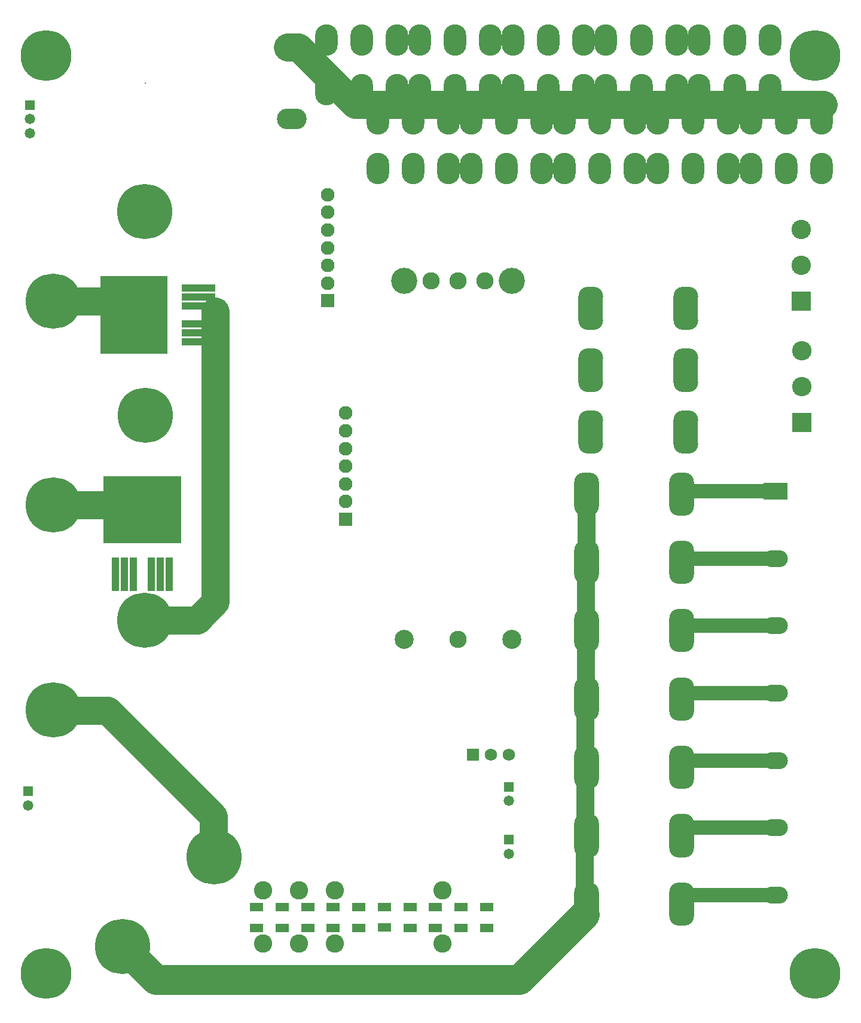
<source format=gbr>
%FSTAX23Y23*%
%MOIN*%
%SFA1B1*%

%IPPOS*%
%ADD58C,0.078740*%
%ADD59C,0.157480*%
%ADD60C,0.167323*%
%ADD61C,0.098425*%
%ADD62R,0.074929X0.049339*%
%ADD63R,0.039496X0.189102*%
%ADD64R,0.433197X0.378079*%
%ADD65R,0.189102X0.039496*%
%ADD66R,0.378079X0.433197*%
%ADD67C,0.108000*%
%ADD68R,0.108000X0.108000*%
%ADD69C,0.058000*%
%ADD70R,0.058000X0.058000*%
%ADD71O,0.138000X0.108000*%
%ADD72R,0.137921X0.094614*%
%ADD73O,0.137921X0.094614*%
%ADD74C,0.102488*%
%ADD75C,0.096583*%
%ADD76C,0.145795*%
%ADD77C,0.106425*%
%ADD78C,0.008000*%
%ADD79O,0.165480X0.116268*%
%ADD80C,0.068000*%
%ADD81R,0.068000X0.068000*%
%ADD82O,0.126110X0.175323*%
%ADD83C,0.308000*%
%ADD84C,0.076898*%
%ADD85R,0.076898X0.076898*%
%ADD86C,0.283591*%
%LNpms_board_soldermask_bot-1*%
%LPD*%
G36*
X03805Y02769D02*
X03806Y02769D01*
X03806Y02768*
X03807Y02768*
X03807Y02768*
X03807Y02767*
X03808Y02767*
X03808Y02767*
X03808Y02766*
X03809Y02766*
X03809Y02765*
X03809Y02765*
Y02631*
X03809Y0263*
X03809Y0263*
X03808Y02629*
X03808Y02629*
X03808Y02628*
X03807Y02628*
X03807Y02627*
X03807Y02627*
X03806Y02627*
X03806Y02627*
X03805Y02627*
X03805Y02627*
X03675*
X03674Y02627*
X03674Y02627*
X03673Y02627*
X03673Y02627*
X03672Y02627*
X03672Y02628*
X03671Y02628*
X03671Y02629*
X03671Y02629*
X03671Y0263*
X03671Y0263*
X03671Y02631*
Y02765*
X03671Y02765*
X03671Y02766*
X03671Y02766*
X03671Y02767*
X03671Y02767*
X03672Y02767*
X03672Y02768*
X03673Y02768*
X03673Y02768*
X03674Y02769*
X03674Y02769*
X03675Y02769*
X03805*
X03805Y02769*
G37*
G36*
X03275D02*
X03276Y02769D01*
X03276Y02768*
X03277Y02768*
X03277Y02768*
X03277Y02767*
X03278Y02767*
X03278Y02767*
X03278Y02766*
X03279Y02766*
X03279Y02765*
X03279Y02765*
Y02631*
X03279Y0263*
X03279Y0263*
X03278Y02629*
X03278Y02629*
X03278Y02628*
X03277Y02628*
X03277Y02627*
X03277Y02627*
X03276Y02627*
X03276Y02627*
X03275Y02627*
X03275Y02627*
X03145*
X03144Y02627*
X03144Y02627*
X03143Y02627*
X03143Y02627*
X03142Y02627*
X03142Y02628*
X03141Y02628*
X03141Y02629*
X03141Y02629*
X03141Y0263*
X03141Y0263*
X03141Y02631*
Y02765*
X03141Y02765*
X03141Y02766*
X03141Y02766*
X03141Y02767*
X03141Y02767*
X03142Y02767*
X03142Y02768*
X03143Y02768*
X03143Y02768*
X03144Y02769*
X03144Y02769*
X03145Y02769*
X03275*
X03275Y02769*
G37*
G36*
X03805Y02387D02*
X03806Y02387D01*
X03806Y02387*
X03807Y02387*
X03807Y02387*
X03807Y02386*
X03808Y02386*
X03808Y02385*
X03808Y02385*
X03809Y02384*
X03809Y02384*
X03809Y02383*
Y02249*
X03809Y02249*
X03809Y02248*
X03808Y02248*
X03808Y02247*
X03808Y02247*
X03807Y02247*
X03807Y02246*
X03807Y02246*
X03806Y02246*
X03806Y02246*
X03805Y02245*
X03805Y02245*
X03675*
X03674Y02245*
X03674Y02246*
X03673Y02246*
X03673Y02246*
X03672Y02246*
X03672Y02247*
X03671Y02247*
X03671Y02247*
X03671Y02248*
X03671Y02248*
X03671Y02249*
X03671Y02249*
Y02383*
X03671Y02384*
X03671Y02384*
X03671Y02385*
X03671Y02385*
X03671Y02386*
X03672Y02386*
X03672Y02387*
X03673Y02387*
X03673Y02387*
X03674Y02387*
X03674Y02387*
X03675Y02387*
X03805*
X03805Y02387*
G37*
G36*
X03275D02*
X03276Y02387D01*
X03276Y02387*
X03277Y02387*
X03277Y02387*
X03277Y02386*
X03278Y02386*
X03278Y02385*
X03278Y02385*
X03279Y02384*
X03279Y02384*
X03279Y02383*
Y02249*
X03279Y02249*
X03279Y02248*
X03278Y02248*
X03278Y02247*
X03278Y02247*
X03277Y02247*
X03277Y02246*
X03277Y02246*
X03276Y02246*
X03276Y02246*
X03275Y02245*
X03275Y02245*
X03145*
X03144Y02245*
X03144Y02246*
X03143Y02246*
X03143Y02246*
X03142Y02246*
X03142Y02247*
X03141Y02247*
X03141Y02247*
X03141Y02248*
X03141Y02248*
X03141Y02249*
X03141Y02249*
Y02383*
X03141Y02384*
X03141Y02384*
X03141Y02385*
X03141Y02385*
X03141Y02386*
X03142Y02386*
X03142Y02387*
X03143Y02387*
X03143Y02387*
X03144Y02387*
X03144Y02387*
X03145Y02387*
X03275*
X03275Y02387*
G37*
G36*
X03805Y02006D02*
X03806Y02006D01*
X03806Y02006*
X03807Y02006*
X03807Y02005*
X03807Y02005*
X03808Y02005*
X03808Y02004*
X03808Y02004*
X03809Y02003*
X03809Y02003*
X03809Y02002*
Y01868*
X03809Y01868*
X03809Y01867*
X03808Y01867*
X03808Y01866*
X03808Y01866*
X03807Y01865*
X03807Y01865*
X03807Y01865*
X03806Y01865*
X03806Y01864*
X03805Y01864*
X03805Y01864*
X03675*
X03674Y01864*
X03674Y01864*
X03673Y01865*
X03673Y01865*
X03672Y01865*
X03672Y01865*
X03671Y01866*
X03671Y01866*
X03671Y01867*
X03671Y01867*
X03671Y01868*
X03671Y01868*
Y02002*
X03671Y02003*
X03671Y02003*
X03671Y02004*
X03671Y02004*
X03671Y02005*
X03672Y02005*
X03672Y02005*
X03673Y02006*
X03673Y02006*
X03674Y02006*
X03674Y02006*
X03675Y02006*
X03805*
X03805Y02006*
G37*
G36*
X03275D02*
X03276Y02006D01*
X03276Y02006*
X03277Y02006*
X03277Y02005*
X03277Y02005*
X03278Y02005*
X03278Y02004*
X03278Y02004*
X03279Y02003*
X03279Y02003*
X03279Y02002*
Y01868*
X03279Y01868*
X03279Y01867*
X03278Y01867*
X03278Y01866*
X03278Y01866*
X03277Y01865*
X03277Y01865*
X03277Y01865*
X03276Y01865*
X03276Y01864*
X03275Y01864*
X03275Y01864*
X03145*
X03144Y01864*
X03144Y01864*
X03143Y01865*
X03143Y01865*
X03142Y01865*
X03142Y01865*
X03141Y01866*
X03141Y01866*
X03141Y01867*
X03141Y01867*
X03141Y01868*
X03141Y01868*
Y02002*
X03141Y02003*
X03141Y02003*
X03141Y02004*
X03141Y02004*
X03141Y02005*
X03142Y02005*
X03142Y02005*
X03143Y02006*
X03143Y02006*
X03144Y02006*
X03144Y02006*
X03145Y02006*
X03275*
X03275Y02006*
G37*
G36*
X03805Y01625D02*
X03806Y01625D01*
X03806Y01625*
X03807Y01624*
X03807Y01624*
X03807Y01624*
X03808Y01623*
X03808Y01623*
X03808Y01623*
X03809Y01622*
X03809Y01622*
X03809Y01621*
Y01487*
X03809Y01486*
X03809Y01486*
X03808Y01485*
X03808Y01485*
X03808Y01485*
X03807Y01484*
X03807Y01484*
X03807Y01484*
X03806Y01483*
X03806Y01483*
X03805Y01483*
X03805Y01483*
X03675*
X03674Y01483*
X03674Y01483*
X03673Y01483*
X03673Y01484*
X03672Y01484*
X03672Y01484*
X03671Y01485*
X03671Y01485*
X03671Y01485*
X03671Y01486*
X03671Y01486*
X03671Y01487*
Y01621*
X03671Y01622*
X03671Y01622*
X03671Y01623*
X03671Y01623*
X03671Y01623*
X03672Y01624*
X03672Y01624*
X03673Y01624*
X03673Y01625*
X03674Y01625*
X03674Y01625*
X03675Y01625*
X03805*
X03805Y01625*
G37*
G36*
X03275D02*
X03276Y01625D01*
X03276Y01625*
X03277Y01624*
X03277Y01624*
X03277Y01624*
X03278Y01623*
X03278Y01623*
X03278Y01623*
X03279Y01622*
X03279Y01622*
X03279Y01621*
Y01487*
X03279Y01486*
X03279Y01486*
X03278Y01485*
X03278Y01485*
X03278Y01485*
X03277Y01484*
X03277Y01484*
X03277Y01484*
X03276Y01483*
X03276Y01483*
X03275Y01483*
X03275Y01483*
X03145*
X03144Y01483*
X03144Y01483*
X03143Y01483*
X03143Y01484*
X03142Y01484*
X03142Y01484*
X03141Y01485*
X03141Y01485*
X03141Y01485*
X03141Y01486*
X03141Y01486*
X03141Y01487*
Y01621*
X03141Y01622*
X03141Y01622*
X03141Y01623*
X03141Y01623*
X03141Y01623*
X03142Y01624*
X03142Y01624*
X03143Y01624*
X03143Y01625*
X03144Y01625*
X03144Y01625*
X03145Y01625*
X03275*
X03275Y01625*
G37*
G36*
X03805Y01244D02*
X03806Y01244D01*
X03806Y01244*
X03807Y01243*
X03807Y01243*
X03807Y01243*
X03808Y01242*
X03808Y01242*
X03808Y01241*
X03809Y01241*
X03809Y0124*
X03809Y0124*
Y01106*
X03809Y01105*
X03809Y01105*
X03808Y01104*
X03808Y01104*
X03808Y01103*
X03807Y01103*
X03807Y01103*
X03807Y01102*
X03806Y01102*
X03806Y01102*
X03805Y01102*
X03805Y01102*
X03675*
X03674Y01102*
X03674Y01102*
X03673Y01102*
X03673Y01102*
X03672Y01103*
X03672Y01103*
X03671Y01103*
X03671Y01104*
X03671Y01104*
X03671Y01105*
X03671Y01105*
X03671Y01106*
Y0124*
X03671Y0124*
X03671Y01241*
X03671Y01241*
X03671Y01242*
X03671Y01242*
X03672Y01243*
X03672Y01243*
X03673Y01243*
X03673Y01244*
X03674Y01244*
X03674Y01244*
X03675Y01244*
X03805*
X03805Y01244*
G37*
G36*
X03275D02*
X03276Y01244D01*
X03276Y01244*
X03277Y01243*
X03277Y01243*
X03277Y01243*
X03278Y01242*
X03278Y01242*
X03278Y01241*
X03279Y01241*
X03279Y0124*
X03279Y0124*
Y01106*
X03279Y01105*
X03279Y01105*
X03278Y01104*
X03278Y01104*
X03278Y01103*
X03277Y01103*
X03277Y01103*
X03277Y01102*
X03276Y01102*
X03276Y01102*
X03275Y01102*
X03275Y01102*
X03145*
X03144Y01102*
X03144Y01102*
X03143Y01102*
X03143Y01102*
X03142Y01103*
X03142Y01103*
X03141Y01103*
X03141Y01104*
X03141Y01104*
X03141Y01105*
X03141Y01105*
X03141Y01106*
Y0124*
X03141Y0124*
X03141Y01241*
X03141Y01241*
X03141Y01242*
X03141Y01242*
X03142Y01243*
X03142Y01243*
X03143Y01243*
X03143Y01244*
X03144Y01244*
X03144Y01244*
X03145Y01244*
X03275*
X03275Y01244*
G37*
G36*
X03827Y04566D02*
X03828Y04566D01*
X03828Y04566*
X03829Y04566*
X03829Y04566*
X0383Y04565*
X0383Y04565*
X0383Y04564*
X0383Y04564*
X03831Y04564*
X03831Y04563*
X03831Y04562*
Y04428*
X03831Y04428*
X03831Y04427*
X0383Y04427*
X0383Y04426*
X0383Y04426*
X0383Y04426*
X03829Y04425*
X03829Y04425*
X03828Y04425*
X03828Y04425*
X03827Y04425*
X03827Y04424*
X03697*
X03696Y04425*
X03696Y04425*
X03695Y04425*
X03695Y04425*
X03694Y04425*
X03694Y04426*
X03694Y04426*
X03693Y04426*
X03693Y04427*
X03693Y04427*
X03693Y04428*
X03693Y04428*
Y04562*
X03693Y04563*
X03693Y04564*
X03693Y04564*
X03693Y04564*
X03694Y04565*
X03694Y04565*
X03694Y04566*
X03695Y04566*
X03695Y04566*
X03696Y04566*
X03696Y04566*
X03697Y04567*
X03827*
X03827Y04566*
G37*
G36*
X03297D02*
X03298Y04566D01*
X03298Y04566*
X03299Y04566*
X03299Y04566*
X033Y04565*
X033Y04565*
X033Y04564*
X033Y04564*
X03301Y04564*
X03301Y04563*
X03301Y04562*
Y04428*
X03301Y04428*
X03301Y04427*
X033Y04427*
X033Y04426*
X033Y04426*
X033Y04426*
X03299Y04425*
X03299Y04425*
X03298Y04425*
X03298Y04425*
X03297Y04425*
X03297Y04424*
X03167*
X03166Y04425*
X03166Y04425*
X03165Y04425*
X03165Y04425*
X03164Y04425*
X03164Y04426*
X03164Y04426*
X03163Y04426*
X03163Y04427*
X03163Y04427*
X03163Y04428*
X03163Y04428*
Y04562*
X03163Y04563*
X03163Y04564*
X03163Y04564*
X03163Y04564*
X03164Y04565*
X03164Y04565*
X03164Y04566*
X03165Y04566*
X03165Y04566*
X03166Y04566*
X03166Y04566*
X03167Y04567*
X03297*
X03297Y04566*
G37*
G36*
X03827Y04222D02*
X03828Y04222D01*
X03828Y04222*
X03829Y04222*
X03829Y04222*
X0383Y04221*
X0383Y04221*
X0383Y0422*
X0383Y0422*
X03831Y0422*
X03831Y04219*
X03831Y04218*
Y04084*
X03831Y04084*
X03831Y04083*
X0383Y04083*
X0383Y04082*
X0383Y04082*
X0383Y04082*
X03829Y04081*
X03829Y04081*
X03828Y04081*
X03828Y04081*
X03827Y04081*
X03827Y0408*
X03697*
X03696Y04081*
X03696Y04081*
X03695Y04081*
X03695Y04081*
X03694Y04081*
X03694Y04082*
X03694Y04082*
X03693Y04082*
X03693Y04083*
X03693Y04083*
X03693Y04084*
X03693Y04084*
Y04218*
X03693Y04219*
X03693Y0422*
X03693Y0422*
X03693Y0422*
X03694Y04221*
X03694Y04221*
X03694Y04222*
X03695Y04222*
X03695Y04222*
X03696Y04222*
X03696Y04222*
X03697Y04223*
X03827*
X03827Y04222*
G37*
G36*
X03297D02*
X03298Y04222D01*
X03298Y04222*
X03299Y04222*
X03299Y04222*
X033Y04221*
X033Y04221*
X033Y0422*
X033Y0422*
X03301Y0422*
X03301Y04219*
X03301Y04218*
Y04084*
X03301Y04084*
X03301Y04083*
X033Y04083*
X033Y04082*
X033Y04082*
X033Y04082*
X03299Y04081*
X03299Y04081*
X03298Y04081*
X03298Y04081*
X03297Y04081*
X03297Y0408*
X03167*
X03166Y04081*
X03166Y04081*
X03165Y04081*
X03165Y04081*
X03164Y04081*
X03164Y04082*
X03164Y04082*
X03163Y04082*
X03163Y04083*
X03163Y04083*
X03163Y04084*
X03163Y04084*
Y04218*
X03163Y04219*
X03163Y0422*
X03163Y0422*
X03163Y0422*
X03164Y04221*
X03164Y04221*
X03164Y04222*
X03165Y04222*
X03165Y04222*
X03166Y04222*
X03166Y04222*
X03167Y04223*
X03297*
X03297Y04222*
G37*
G36*
X03827Y03876D02*
X03828Y03876D01*
X03828Y03876*
X03829Y03876*
X03829Y03876*
X0383Y03875*
X0383Y03875*
X0383Y03874*
X0383Y03874*
X03831Y03874*
X03831Y03873*
X03831Y03872*
Y03738*
X03831Y03738*
X03831Y03737*
X0383Y03737*
X0383Y03736*
X0383Y03736*
X0383Y03736*
X03829Y03735*
X03829Y03735*
X03828Y03735*
X03828Y03735*
X03827Y03735*
X03827Y03734*
X03697*
X03696Y03735*
X03696Y03735*
X03695Y03735*
X03695Y03735*
X03694Y03735*
X03694Y03736*
X03694Y03736*
X03693Y03736*
X03693Y03737*
X03693Y03737*
X03693Y03738*
X03693Y03738*
Y03872*
X03693Y03873*
X03693Y03874*
X03693Y03874*
X03693Y03874*
X03694Y03875*
X03694Y03875*
X03694Y03876*
X03695Y03876*
X03695Y03876*
X03696Y03876*
X03696Y03876*
X03697Y03877*
X03827*
X03827Y03876*
G37*
G36*
X03297D02*
X03298Y03876D01*
X03298Y03876*
X03299Y03876*
X03299Y03876*
X033Y03875*
X033Y03875*
X033Y03874*
X033Y03874*
X03301Y03874*
X03301Y03873*
X03301Y03872*
Y03738*
X03301Y03738*
X03301Y03737*
X033Y03737*
X033Y03736*
X033Y03736*
X033Y03736*
X03299Y03735*
X03299Y03735*
X03298Y03735*
X03298Y03735*
X03297Y03735*
X03297Y03734*
X03167*
X03166Y03735*
X03166Y03735*
X03165Y03735*
X03165Y03735*
X03164Y03735*
X03164Y03736*
X03164Y03736*
X03163Y03736*
X03163Y03737*
X03163Y03737*
X03163Y03738*
X03163Y03738*
Y03872*
X03163Y03873*
X03163Y03874*
X03163Y03874*
X03163Y03874*
X03164Y03875*
X03164Y03875*
X03164Y03876*
X03165Y03876*
X03165Y03876*
X03166Y03876*
X03166Y03876*
X03167Y03877*
X03297*
X03297Y03876*
G37*
G36*
X03805Y03531D02*
X03806Y03531D01*
X03806Y03531*
X03807Y03531*
X03807Y0353*
X03807Y0353*
X03808Y03529*
X03808Y03529*
X03808Y03529*
X03809Y03528*
X03809Y03528*
X03809Y03527*
Y03393*
X03809Y03393*
X03809Y03392*
X03808Y03392*
X03808Y03391*
X03808Y03391*
X03807Y0339*
X03807Y0339*
X03807Y0339*
X03806Y03389*
X03806Y03389*
X03805Y03389*
X03805Y03389*
X03675*
X03674Y03389*
X03674Y03389*
X03673Y03389*
X03673Y0339*
X03672Y0339*
X03672Y0339*
X03671Y03391*
X03671Y03391*
X03671Y03392*
X03671Y03392*
X03671Y03393*
X03671Y03393*
Y03527*
X03671Y03528*
X03671Y03528*
X03671Y03529*
X03671Y03529*
X03671Y03529*
X03672Y0353*
X03672Y0353*
X03673Y03531*
X03673Y03531*
X03674Y03531*
X03674Y03531*
X03675Y03531*
X03805*
X03805Y03531*
G37*
G36*
X03275D02*
X03276Y03531D01*
X03276Y03531*
X03277Y03531*
X03277Y0353*
X03277Y0353*
X03278Y03529*
X03278Y03529*
X03278Y03529*
X03279Y03528*
X03279Y03528*
X03279Y03527*
Y03393*
X03279Y03393*
X03279Y03392*
X03278Y03392*
X03278Y03391*
X03278Y03391*
X03277Y0339*
X03277Y0339*
X03277Y0339*
X03276Y03389*
X03276Y03389*
X03275Y03389*
X03275Y03389*
X03145*
X03144Y03389*
X03144Y03389*
X03143Y03389*
X03143Y0339*
X03142Y0339*
X03142Y0339*
X03141Y03391*
X03141Y03391*
X03141Y03392*
X03141Y03392*
X03141Y03393*
X03141Y03393*
Y03527*
X03141Y03528*
X03141Y03528*
X03141Y03529*
X03141Y03529*
X03141Y03529*
X03142Y0353*
X03142Y0353*
X03143Y03531*
X03143Y03531*
X03144Y03531*
X03144Y03531*
X03145Y03531*
X03275*
X03275Y03531*
G37*
G36*
X03805Y0315D02*
X03806Y0315D01*
X03806Y0315*
X03807Y03149*
X03807Y03149*
X03807Y03149*
X03808Y03148*
X03808Y03148*
X03808Y03147*
X03809Y03147*
X03809Y03146*
X03809Y03146*
Y03012*
X03809Y03011*
X03809Y03011*
X03808Y0301*
X03808Y0301*
X03808Y03009*
X03807Y03009*
X03807Y03009*
X03807Y03008*
X03806Y03008*
X03806Y03008*
X03805Y03008*
X03805Y03008*
X03675*
X03674Y03008*
X03674Y03008*
X03673Y03008*
X03673Y03008*
X03672Y03009*
X03672Y03009*
X03671Y03009*
X03671Y0301*
X03671Y0301*
X03671Y03011*
X03671Y03011*
X03671Y03012*
Y03146*
X03671Y03146*
X03671Y03147*
X03671Y03147*
X03671Y03148*
X03671Y03148*
X03672Y03149*
X03672Y03149*
X03673Y03149*
X03673Y0315*
X03674Y0315*
X03674Y0315*
X03675Y0315*
X03805*
X03805Y0315*
G37*
G36*
X03275D02*
X03276Y0315D01*
X03276Y0315*
X03277Y03149*
X03277Y03149*
X03277Y03149*
X03278Y03148*
X03278Y03148*
X03278Y03147*
X03279Y03147*
X03279Y03146*
X03279Y03146*
Y03012*
X03279Y03011*
X03279Y03011*
X03278Y0301*
X03278Y0301*
X03278Y03009*
X03277Y03009*
X03277Y03009*
X03277Y03008*
X03276Y03008*
X03276Y03008*
X03275Y03008*
X03275Y03008*
X03145*
X03144Y03008*
X03144Y03008*
X03143Y03008*
X03143Y03008*
X03142Y03009*
X03142Y03009*
X03141Y03009*
X03141Y0301*
X03141Y0301*
X03141Y03011*
X03141Y03011*
X03141Y03012*
Y03146*
X03141Y03146*
X03141Y03147*
X03141Y03147*
X03141Y03148*
X03141Y03148*
X03142Y03149*
X03142Y03149*
X03143Y03149*
X03143Y0315*
X03144Y0315*
X03144Y0315*
X03145Y0315*
X03275*
X03275Y0315*
G37*
G54D58*
X03768Y01224D02*
X04263D01*
X03768Y01599D02*
X04263D01*
X03768Y01974D02*
X04263D01*
X03768Y0235D02*
X04263D01*
X03768Y02725D02*
X04263D01*
X03768Y031D02*
X04263D01*
X03768Y03475D02*
X04263D01*
G54D59*
X00237Y03398D02*
X00564D01*
X00236Y04535D02*
X00543D01*
X01141Y02858D02*
Y0448D01*
X01039Y02755D02*
X01141Y02858D01*
X00748Y02755D02*
X01039D01*
X0113Y01523D02*
Y01661D01*
X00236Y02251D02*
X00539D01*
X01543Y05952D02*
X01602D01*
X01921Y05633*
X01976*
X00539Y02251D02*
X0113Y01661D01*
X01976Y05633D02*
X04531D01*
G54D60*
X00622Y00937D02*
X00811Y00748D01*
X02838*
X03201Y01111*
G54D61*
X03201Y01111D02*
X0321Y03488D01*
G54D62*
X02653Y01156D03*
Y0104D03*
X0251Y01156D03*
Y0104D03*
X02368Y01156D03*
Y0104D03*
X02225Y01156D03*
Y0104D03*
X02083Y01157D03*
Y01041D03*
X0194Y01156D03*
Y0104D03*
X01797Y01156D03*
Y0104D03*
X01655Y01156D03*
Y0104D03*
X01512Y01156D03*
Y0104D03*
X0137Y01156D03*
Y0104D03*
G54D63*
X00882Y03013D03*
X00832D03*
X00782D03*
X00682D03*
X00632D03*
X00582D03*
G54D64*
X00732Y03374D03*
G54D65*
X01045Y0461D03*
Y0456D03*
Y0451D03*
Y0441D03*
Y0436D03*
Y0431D03*
G54D66*
X00685Y0446D03*
G54D67*
X04406Y04735D03*
Y04935D03*
X04409Y04058D03*
Y04258D03*
G54D68*
X04406Y04535D03*
X04409Y03858D03*
G54D69*
X02775Y01748D03*
X02775Y01452D03*
X00106Y05472D03*
Y05551D03*
X00098Y01724D03*
G54D70*
X02775Y01826D03*
Y01531D03*
X00106Y05629D03*
X00098Y01803D03*
G54D71*
X03232Y04428D03*
Y04562D03*
X03762Y04428D03*
Y04562D03*
X03232Y04084D03*
Y04218D03*
X03762Y04084D03*
Y04218D03*
X03232Y03738D03*
Y03872D03*
X03762Y03738D03*
Y03872D03*
X0374Y0124D03*
Y01106D03*
X0321Y0124D03*
Y01106D03*
X0374Y01621D03*
Y01487D03*
X0321Y01621D03*
Y01487D03*
X0374Y02383D03*
Y02249D03*
X0321Y02383D03*
Y02249D03*
X0374Y02765D03*
Y02631D03*
X0321Y02765D03*
Y02631D03*
X0374Y03146D03*
Y03012D03*
X0321Y03146D03*
Y03012D03*
Y03393D03*
Y03527D03*
X0374Y03393D03*
Y03527D03*
X0321Y01868D03*
Y02002D03*
X0374Y01868D03*
Y02002D03*
G54D72*
X04263Y03475D03*
G54D73*
X04263Y031D03*
Y02725D03*
Y0235D03*
Y01224D03*
Y01599D03*
Y01974D03*
G54D74*
X01407Y01248D03*
X01807D03*
X01607D03*
X01407Y00953D03*
X01807D03*
X01607D03*
X02407Y01248D03*
Y00953D03*
G54D75*
X02343Y0465D03*
X02643D03*
X02493D03*
Y0265D03*
G54D76*
X02193Y0465D03*
X02793D03*
G54D77*
X02793Y0265D03*
X02193D03*
G54D78*
X00751Y05752D03*
G54D79*
X01566Y05952D03*
Y05552D03*
G54D80*
X02777Y02007D03*
X02677D03*
G54D81*
X02577Y02007D03*
G54D82*
X04519Y05275D03*
X04322D03*
X04125D03*
Y05551D03*
X04322D03*
X04519D03*
X04232Y05716D03*
X04035D03*
X03838D03*
Y05992D03*
X04035D03*
X04232D03*
X04Y05275D03*
X03803D03*
X03606D03*
Y05551D03*
X03803D03*
X04D03*
X03712Y05716D03*
X03515D03*
X03318D03*
Y05992D03*
X03515D03*
X03712D03*
X0348Y05275D03*
X03283D03*
X03086D03*
Y05551D03*
X03283D03*
X0348D03*
X03192Y05716D03*
X02996D03*
X02799D03*
Y05992D03*
X02996D03*
X03192D03*
X0296Y05275D03*
X02763D03*
X02566D03*
Y05551D03*
X02763D03*
X0296D03*
X02673Y05716D03*
X02476D03*
X02279D03*
Y05992D03*
X02476D03*
X02673D03*
X0244Y05275D03*
X02244D03*
X02047D03*
Y05551D03*
X02244D03*
X0244D03*
X02153Y05716D03*
X01956D03*
X01759D03*
Y05992D03*
X01956D03*
X02153D03*
G54D83*
X00749Y03898D03*
X00237Y03398D03*
X00748Y05035D03*
X00236Y04535D03*
X01134Y01437D03*
X00622Y00937D03*
X00748Y02755D03*
X00236Y02255D03*
G54D84*
X01767Y04736D03*
Y04637D03*
Y04834D03*
Y04933D03*
Y05031D03*
Y05129D03*
X01868Y03517D03*
Y03418D03*
Y03615D03*
Y03714D03*
Y03812D03*
Y03911D03*
G54D85*
X01767Y04539D03*
X01868Y0332D03*
G54D86*
X04484Y05905D03*
Y00787D03*
X00196D03*
Y05905D03*
M02*
</source>
